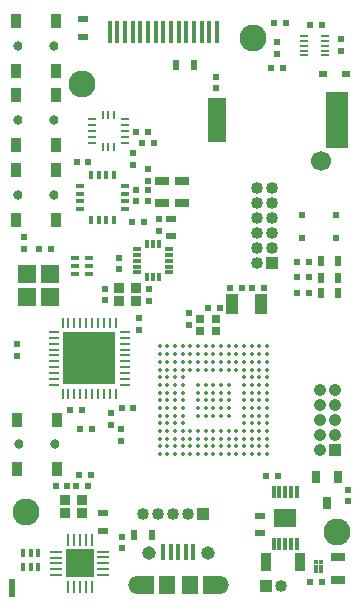
<source format=gts>
G04 (created by PCBNEW (2013-may-18)-stable) date Fri 27 Sep 2013 03:21:33 PM EDT*
%MOIN*%
G04 Gerber Fmt 3.4, Leading zero omitted, Abs format*
%FSLAX34Y34*%
G01*
G70*
G90*
G04 APERTURE LIST*
%ADD10C,0.00590551*%
%ADD11R,0.0118X0.0767*%
%ADD12R,0.0393701X0.0708661*%
%ADD13R,0.0315X0.0394*%
%ADD14R,0.0315X0.0197*%
%ADD15R,0.0354331X0.0629921*%
%ADD16R,0.0511811X0.0275591*%
%ADD17R,0.023622X0.0354331*%
%ADD18R,0.0354331X0.023622*%
%ADD19R,0.019685X0.023622*%
%ADD20R,0.023622X0.019685*%
%ADD21R,0.0118X0.0315*%
%ADD22R,0.0315X0.0118*%
%ADD23R,0.0315X0.0079*%
%ADD24R,0.0098X0.0276*%
%ADD25R,0.0276X0.0098*%
%ADD26R,0.0236X0.0236*%
%ADD27O,0.0452X0.0452*%
%ADD28R,0.0551X0.059*%
%ADD29R,0.0117X0.0551*%
%ADD30O,0.059X0.059*%
%ADD31C,0.0314*%
%ADD32R,0.0354X0.0472*%
%ADD33R,0.0609X0.1515*%
%ADD34R,0.0727X0.1909*%
%ADD35C,0.013*%
%ADD36R,0.011X0.0394*%
%ADD37R,0.0394X0.011*%
%ADD38R,0.0945X0.0945*%
%ADD39R,0.0275591X0.011811*%
%ADD40R,0.0374016X0.0334646*%
%ADD41R,0.011811X0.0275591*%
%ADD42R,0.0295276X0.0275591*%
%ADD43R,0.0606299X0.0606299*%
%ADD44C,0.04*%
%ADD45R,0.04X0.04*%
%ADD46C,0.042*%
%ADD47R,0.042X0.042*%
%ADD48C,0.023622*%
%ADD49R,0.011811X0.0393701*%
%ADD50R,0.0740157X0.061811*%
%ADD51R,0.019685X0.019685*%
%ADD52R,0.0110236X0.0334646*%
%ADD53R,0.0334646X0.0110236*%
%ADD54R,0.177165X0.177165*%
%ADD55C,0.0135*%
%ADD56C,0.0143614*%
%ADD57C,0.09*%
%ADD58C,0.0669291*%
%ADD59R,0.019685X0.0590551*%
G04 APERTURE END LIST*
G54D10*
G54D11*
X70539Y-44070D03*
X71051Y-44070D03*
X70795Y-44070D03*
X71819Y-44070D03*
X72075Y-44070D03*
X71563Y-44070D03*
X71307Y-44070D03*
X73354Y-44070D03*
X73610Y-44070D03*
X74122Y-44070D03*
X73866Y-44070D03*
X72842Y-44070D03*
X73098Y-44070D03*
X72586Y-44070D03*
X72330Y-44070D03*
G54D12*
X74607Y-53120D03*
X75592Y-53120D03*
G54D13*
X77782Y-59739D03*
X77407Y-58873D03*
X78157Y-58873D03*
G54D14*
X77647Y-45468D03*
X78434Y-45468D03*
G54D15*
X76900Y-61705D03*
X75759Y-61705D03*
G54D16*
X78165Y-61565D03*
X78165Y-62314D03*
G54D17*
X78163Y-51702D03*
X77572Y-51702D03*
X71359Y-60816D03*
X71950Y-60816D03*
G54D18*
X70336Y-60086D03*
X70336Y-60677D03*
G54D17*
X78163Y-52242D03*
X77572Y-52242D03*
X78163Y-52752D03*
X77572Y-52752D03*
X73357Y-45140D03*
X72766Y-45140D03*
G54D18*
X69670Y-43634D03*
X69670Y-44225D03*
G54D19*
X71413Y-49678D03*
X71806Y-49678D03*
X75289Y-52582D03*
X75682Y-52582D03*
X71413Y-49316D03*
X71806Y-49316D03*
X74964Y-52582D03*
X74571Y-52582D03*
X69912Y-58822D03*
X69519Y-58822D03*
X69826Y-59199D03*
X69433Y-59199D03*
G54D20*
X74073Y-45544D03*
X74073Y-45937D03*
G54D19*
X69217Y-56652D03*
X69610Y-56652D03*
X76789Y-52750D03*
X77182Y-52750D03*
X76781Y-52218D03*
X77174Y-52218D03*
X76783Y-51730D03*
X77176Y-51730D03*
X71683Y-50388D03*
X71290Y-50388D03*
X69571Y-57286D03*
X69964Y-57286D03*
X76420Y-43752D03*
X76027Y-43752D03*
G54D20*
X76118Y-44403D03*
X76118Y-44796D03*
G54D19*
X73825Y-53244D03*
X74218Y-53244D03*
G54D20*
X71324Y-48496D03*
X71324Y-48103D03*
X78474Y-59704D03*
X78474Y-59311D03*
G54D19*
X77606Y-62392D03*
X77213Y-62392D03*
X76156Y-58857D03*
X75763Y-58857D03*
G54D20*
X73190Y-53423D03*
X73190Y-53816D03*
G54D19*
X68743Y-59202D03*
X69136Y-59202D03*
G54D21*
X71984Y-51136D03*
X71787Y-51136D03*
X72181Y-51136D03*
X72181Y-52219D03*
X71787Y-52219D03*
X71984Y-52219D03*
G54D22*
X72526Y-51678D03*
X72526Y-51481D03*
X72526Y-51284D03*
X72526Y-51874D03*
X72526Y-52071D03*
X71443Y-52071D03*
X71443Y-51874D03*
X71443Y-51284D03*
X71443Y-51481D03*
X71443Y-51678D03*
G54D23*
X77005Y-44833D03*
X77005Y-44675D03*
X77005Y-44360D03*
X77005Y-44518D03*
X77005Y-44202D03*
X77714Y-44202D03*
X77714Y-44518D03*
X77714Y-44360D03*
X77714Y-44675D03*
X77714Y-44833D03*
G54D24*
X70701Y-46821D03*
X70504Y-46821D03*
X70307Y-46821D03*
X70307Y-47903D03*
X70504Y-47903D03*
X70701Y-47903D03*
G54D25*
X71045Y-46968D03*
X71045Y-47165D03*
X71045Y-47362D03*
X71045Y-47756D03*
X71045Y-47559D03*
X69963Y-47559D03*
X69963Y-47756D03*
X69963Y-47362D03*
X69963Y-47165D03*
X69963Y-46968D03*
G54D26*
X76954Y-50142D03*
X76954Y-50930D03*
X78096Y-50930D03*
X78096Y-50142D03*
G54D27*
X73819Y-61419D03*
G54D28*
X73917Y-62482D03*
X71752Y-62482D03*
X73228Y-62482D03*
G54D29*
X72335Y-61403D03*
X72585Y-61403D03*
X72835Y-61403D03*
X73085Y-61403D03*
X73335Y-61403D03*
G54D30*
X74213Y-62482D03*
X71457Y-62482D03*
G54D28*
X72441Y-62482D03*
G54D27*
X71851Y-61419D03*
G54D31*
X68681Y-44524D03*
G54D32*
X68759Y-45351D03*
X68760Y-43697D03*
X67421Y-43697D03*
X67421Y-45351D03*
G54D31*
X67499Y-44524D03*
X68677Y-46996D03*
G54D32*
X68755Y-47823D03*
X68756Y-46169D03*
X67417Y-46169D03*
X67417Y-47823D03*
G54D31*
X67495Y-46996D03*
X68681Y-49498D03*
G54D32*
X68759Y-50325D03*
X68760Y-48671D03*
X67421Y-48671D03*
X67421Y-50325D03*
G54D31*
X67499Y-49498D03*
X68711Y-57800D03*
G54D32*
X68789Y-58627D03*
X68790Y-56973D03*
X67451Y-56973D03*
X67451Y-58627D03*
G54D31*
X67529Y-57800D03*
G54D33*
X74131Y-46990D03*
G54D34*
X78128Y-46990D03*
G54D35*
X69231Y-61768D03*
X69546Y-61768D03*
X69231Y-62083D03*
X69861Y-62083D03*
X69546Y-62083D03*
X69546Y-61453D03*
X69861Y-61768D03*
X69861Y-61453D03*
X69231Y-61453D03*
G54D36*
X69940Y-60980D03*
X69743Y-60980D03*
X69349Y-60980D03*
X69546Y-60980D03*
X69152Y-60980D03*
X69152Y-62555D03*
X69546Y-62555D03*
X69349Y-62555D03*
X69743Y-62555D03*
X69940Y-62555D03*
G54D37*
X68758Y-61769D03*
X68758Y-61966D03*
X68758Y-62162D03*
X68758Y-61572D03*
X68758Y-61375D03*
X70333Y-61374D03*
X70333Y-61571D03*
X70333Y-62161D03*
X70333Y-61965D03*
G54D38*
X69546Y-61768D03*
G54D37*
X70333Y-61768D03*
G54D22*
X71064Y-49189D03*
X71064Y-49443D03*
X71064Y-49697D03*
X71064Y-49951D03*
X69540Y-49951D03*
X69540Y-49697D03*
X69540Y-49443D03*
X69540Y-49189D03*
G54D21*
X69921Y-48808D03*
X70175Y-48808D03*
X70429Y-48808D03*
X70683Y-48808D03*
X70683Y-50332D03*
X70429Y-50332D03*
X70175Y-50332D03*
X69921Y-50332D03*
G54D39*
X69856Y-52105D03*
X69856Y-51594D03*
X69856Y-51850D03*
X69383Y-52105D03*
X69383Y-51850D03*
X69383Y-51594D03*
G54D40*
X69621Y-60074D03*
X69050Y-60074D03*
X69050Y-59641D03*
X69621Y-59641D03*
G54D41*
X68163Y-61419D03*
X67652Y-61419D03*
X67908Y-61419D03*
X68163Y-61892D03*
X67908Y-61892D03*
X67652Y-61892D03*
G54D40*
X71413Y-53034D03*
X70842Y-53034D03*
X70842Y-52601D03*
X71413Y-52601D03*
G54D42*
X73544Y-54022D03*
X73544Y-53629D03*
X74075Y-53629D03*
X74075Y-54022D03*
G54D43*
X68559Y-52126D03*
X68559Y-52893D03*
X67792Y-52893D03*
X67792Y-52126D03*
G54D18*
X72580Y-50867D03*
X72580Y-50276D03*
X75550Y-60172D03*
X75550Y-60763D03*
G54D20*
X72172Y-50692D03*
X72172Y-50299D03*
X70372Y-52605D03*
X70372Y-52998D03*
X71510Y-53976D03*
X71510Y-53583D03*
X71868Y-53010D03*
X71868Y-52617D03*
G54D19*
X69836Y-48394D03*
X69443Y-48394D03*
G54D44*
X71654Y-60130D03*
X72654Y-60130D03*
X72154Y-60130D03*
X73154Y-60130D03*
G54D45*
X73654Y-60130D03*
G54D44*
X76243Y-62520D03*
G54D45*
X75743Y-62520D03*
G54D44*
X75470Y-51750D03*
X75470Y-51250D03*
X75470Y-50750D03*
X75470Y-49750D03*
X75470Y-50250D03*
X75470Y-49250D03*
X75970Y-49250D03*
X75970Y-50250D03*
X75970Y-49750D03*
X75970Y-50750D03*
X75970Y-51250D03*
G54D45*
X75970Y-51750D03*
G54D46*
X78056Y-55998D03*
X77556Y-55998D03*
X78056Y-56998D03*
X77556Y-56998D03*
X77556Y-56498D03*
X78056Y-56498D03*
X78056Y-57498D03*
X77556Y-57498D03*
X77556Y-57998D03*
G54D47*
X78056Y-57998D03*
G54D19*
X68189Y-51288D03*
X68582Y-51288D03*
G54D20*
X67674Y-50887D03*
X67674Y-51280D03*
X71818Y-49028D03*
X71818Y-48635D03*
G54D48*
X76400Y-60240D03*
X76636Y-60082D03*
X76636Y-60397D03*
X76163Y-60397D03*
G54D49*
X76006Y-59373D03*
X76203Y-59373D03*
X76596Y-59373D03*
X76400Y-59373D03*
X76793Y-59373D03*
X76793Y-61106D03*
X76400Y-61106D03*
X76596Y-61106D03*
X76203Y-61106D03*
X76006Y-61106D03*
G54D50*
X76400Y-60240D03*
G54D48*
X76163Y-60082D03*
G54D51*
X70056Y-55526D03*
X70056Y-54345D03*
X70056Y-54739D03*
X70056Y-55132D03*
X70450Y-55132D03*
X70450Y-54739D03*
X70450Y-54345D03*
X70450Y-55526D03*
X69663Y-55526D03*
X69663Y-54345D03*
X69663Y-54739D03*
X69663Y-55132D03*
X69269Y-55132D03*
X69269Y-54739D03*
X69269Y-54345D03*
X69269Y-55526D03*
G54D52*
X68974Y-56117D03*
X69171Y-56117D03*
X69367Y-56117D03*
X69564Y-56117D03*
X69761Y-56117D03*
X69958Y-56117D03*
X70155Y-56117D03*
X70352Y-56117D03*
X70548Y-56117D03*
X70745Y-56117D03*
G54D53*
X71041Y-55821D03*
X71041Y-55624D03*
X71041Y-55428D03*
X71041Y-55231D03*
X71041Y-55034D03*
X71041Y-54837D03*
X71041Y-54640D03*
X71041Y-54443D03*
X71041Y-54247D03*
X71041Y-54050D03*
G54D52*
X70745Y-53754D03*
X70548Y-53754D03*
X70352Y-53754D03*
X70155Y-53754D03*
X69958Y-53754D03*
X69761Y-53754D03*
X69564Y-53754D03*
X69367Y-53754D03*
X69171Y-53754D03*
X68974Y-53754D03*
G54D53*
X68678Y-54050D03*
X68678Y-54247D03*
X68678Y-54443D03*
X68678Y-54640D03*
X68678Y-54837D03*
X68678Y-55034D03*
X68678Y-55231D03*
X68678Y-55428D03*
X68678Y-55624D03*
X68678Y-55821D03*
G54D54*
X69860Y-54936D03*
G54D55*
X75790Y-54538D03*
X75790Y-54793D03*
X75790Y-55049D03*
X75790Y-55305D03*
X75790Y-55561D03*
X75790Y-55817D03*
X75790Y-56073D03*
X75790Y-56329D03*
X75790Y-56585D03*
X75790Y-56841D03*
X75790Y-57097D03*
X75790Y-57352D03*
X75790Y-57608D03*
X75790Y-57864D03*
X75790Y-58120D03*
X75534Y-54538D03*
X75534Y-54793D03*
X75534Y-55049D03*
X75534Y-55305D03*
X75534Y-55561D03*
X75534Y-55817D03*
X75534Y-56073D03*
X75534Y-56329D03*
X75534Y-56585D03*
X75534Y-56841D03*
X75534Y-57097D03*
X75534Y-57352D03*
X75534Y-57608D03*
X75534Y-57864D03*
X75534Y-58120D03*
X75278Y-54538D03*
X75278Y-54793D03*
X75278Y-55049D03*
X75278Y-55305D03*
X75278Y-55561D03*
X75278Y-55817D03*
X75278Y-56073D03*
X75278Y-56329D03*
X75278Y-56585D03*
X75278Y-56841D03*
X75278Y-57097D03*
X75278Y-57352D03*
X75278Y-57608D03*
X75278Y-57864D03*
X75278Y-58120D03*
X75022Y-54538D03*
X75022Y-54793D03*
X75022Y-55049D03*
X75022Y-55305D03*
X75022Y-55561D03*
X75022Y-55817D03*
X75022Y-56073D03*
X75022Y-56329D03*
X75022Y-56585D03*
X75022Y-56841D03*
X75022Y-57097D03*
X75022Y-57352D03*
X75022Y-57608D03*
X75022Y-57864D03*
X75022Y-58120D03*
X74766Y-54538D03*
X74766Y-54793D03*
X74766Y-55049D03*
X74766Y-55305D03*
X74766Y-57352D03*
X74766Y-57608D03*
X74766Y-57864D03*
X74766Y-58120D03*
X74510Y-54538D03*
X74510Y-54793D03*
X74510Y-55049D03*
X74510Y-55305D03*
X74510Y-55817D03*
X74510Y-56073D03*
X74510Y-56329D03*
X74510Y-56585D03*
X74510Y-56841D03*
X74510Y-57352D03*
X74510Y-57608D03*
X74510Y-57864D03*
X74510Y-58120D03*
X74254Y-54538D03*
X74254Y-54793D03*
X74254Y-55049D03*
X74254Y-55305D03*
X74254Y-55817D03*
X74254Y-56073D03*
X74254Y-56329D03*
X74254Y-56585D03*
X74254Y-56841D03*
X74254Y-57352D03*
X74254Y-57608D03*
X74254Y-57864D03*
X74254Y-58120D03*
X73998Y-54538D03*
X73998Y-54793D03*
X73998Y-55049D03*
X73998Y-55305D03*
X73998Y-55817D03*
X73998Y-56073D03*
X73998Y-56329D03*
X73998Y-56585D03*
X73998Y-56841D03*
X73998Y-57352D03*
X73998Y-57608D03*
X73998Y-57864D03*
X73998Y-58120D03*
X73742Y-54538D03*
X73742Y-54793D03*
X73742Y-55049D03*
X73742Y-55305D03*
X73742Y-55817D03*
X73742Y-56073D03*
X73742Y-56329D03*
X73742Y-56585D03*
X73742Y-56841D03*
X73742Y-57352D03*
X73742Y-57608D03*
X73742Y-57864D03*
X73742Y-58120D03*
X73487Y-54538D03*
X73487Y-54793D03*
X73487Y-55049D03*
X73487Y-55305D03*
X73487Y-55817D03*
X73487Y-56073D03*
X73487Y-56329D03*
X73487Y-56585D03*
X73487Y-56841D03*
X73487Y-57352D03*
X73487Y-57608D03*
X73487Y-57864D03*
X73487Y-58120D03*
X73230Y-54538D03*
X73230Y-54793D03*
X73230Y-55049D03*
X73230Y-55305D03*
X73230Y-57352D03*
X73230Y-57608D03*
X73230Y-57864D03*
X73230Y-58120D03*
X72975Y-54538D03*
X72975Y-54793D03*
X72975Y-55049D03*
X72975Y-55305D03*
X72975Y-55561D03*
X72975Y-55817D03*
X72975Y-56073D03*
X72975Y-56329D03*
X72975Y-56585D03*
X72975Y-56841D03*
X72975Y-57097D03*
X72975Y-57352D03*
X72975Y-57608D03*
X72975Y-57864D03*
X72975Y-58120D03*
X72719Y-54538D03*
X72719Y-54793D03*
X72719Y-55049D03*
X72719Y-55305D03*
X72719Y-55561D03*
X72719Y-55817D03*
X72719Y-56073D03*
X72719Y-56329D03*
X72719Y-56585D03*
X72719Y-56841D03*
X72719Y-57097D03*
X72719Y-57352D03*
X72719Y-57608D03*
X72719Y-57864D03*
X72719Y-58120D03*
X72463Y-54538D03*
X72463Y-54793D03*
X72463Y-55049D03*
X72463Y-55305D03*
X72463Y-55561D03*
X72463Y-55817D03*
X72463Y-56073D03*
X72463Y-56329D03*
X72463Y-56585D03*
X72463Y-56841D03*
X72463Y-57097D03*
X72463Y-57352D03*
X72463Y-57608D03*
X72463Y-57864D03*
X72463Y-58120D03*
X72207Y-54538D03*
X72207Y-54793D03*
X72207Y-55049D03*
X72207Y-55305D03*
X72207Y-55561D03*
X72207Y-55817D03*
X72207Y-56073D03*
X72207Y-56329D03*
X72207Y-56585D03*
X72207Y-56841D03*
X72207Y-57097D03*
X72207Y-57352D03*
X72207Y-57608D03*
X72207Y-57864D03*
X72207Y-58120D03*
G54D16*
X72949Y-49008D03*
X72949Y-49757D03*
X72298Y-49009D03*
X72298Y-49758D03*
G54D20*
X70930Y-57679D03*
X70930Y-57286D03*
X70600Y-57164D03*
X70600Y-56771D03*
G54D19*
X71332Y-56574D03*
X70939Y-56574D03*
G54D56*
X77592Y-61717D03*
X77435Y-61717D03*
X77435Y-61875D03*
X77592Y-61875D03*
X77592Y-62032D03*
X77435Y-62032D03*
G54D20*
X70938Y-61270D03*
X70938Y-60877D03*
X70854Y-51577D03*
X70854Y-51970D03*
G54D19*
X71814Y-47382D03*
X71421Y-47382D03*
G54D20*
X78246Y-44684D03*
X78246Y-44291D03*
G54D19*
X77217Y-43808D03*
X77610Y-43808D03*
X75921Y-45256D03*
X76314Y-45256D03*
X72010Y-47757D03*
X71617Y-47757D03*
G54D20*
X67470Y-54463D03*
X67470Y-54856D03*
G54D57*
X75306Y-44244D03*
X78129Y-60718D03*
X69624Y-45778D03*
X67739Y-60067D03*
G54D58*
X77596Y-48342D03*
G54D59*
X67272Y-62574D03*
M02*

</source>
